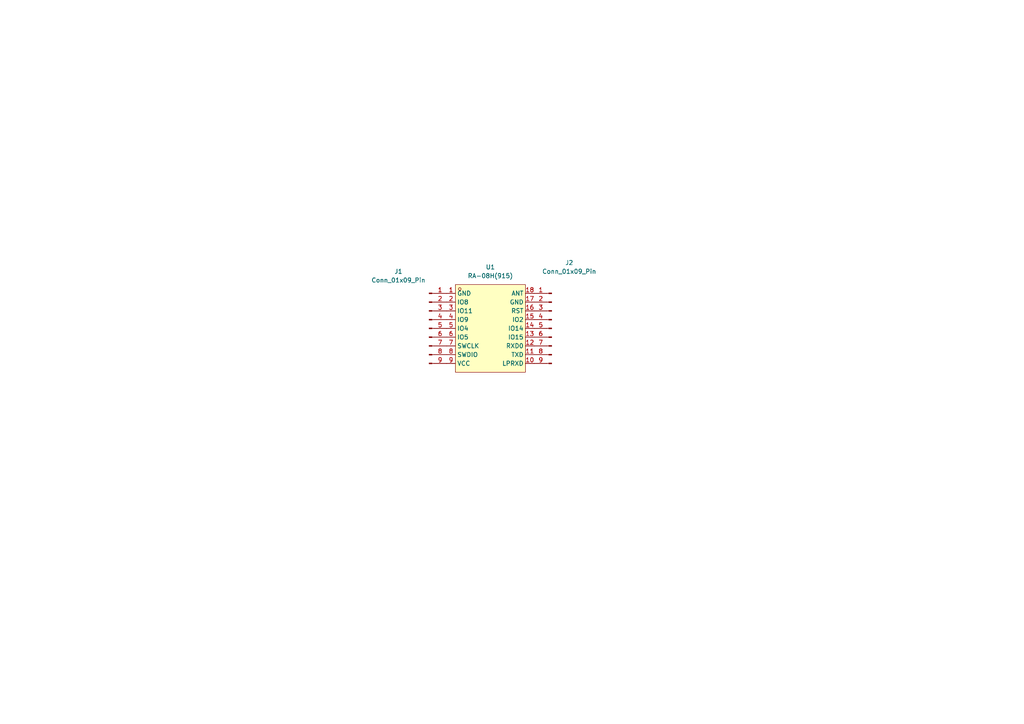
<source format=kicad_sch>
(kicad_sch (version 20230121) (generator eeschema)
  (paper "A4")
  (lib_symbols
    (symbol "Connector:Conn_01x09_Pin" (pin_names (offset 1.016) hide)
      (property "Reference" "J" (at 0 12.7 0))
      (property "Value" "Conn_01x09_Pin" (at 0 -12.7 0))
      (symbol "Conn_01x09_Pin_1_1"
        (polyline (pts (xy 1.27 -10.16) (xy 0.8636 -10.16)) (stroke (width 0.1524)))
        (polyline (pts (xy 1.27 -7.62) (xy 0.8636 -7.62)) (stroke (width 0.1524)))
        (polyline (pts (xy 1.27 -5.08) (xy 0.8636 -5.08)) (stroke (width 0.1524)))
        (polyline (pts (xy 1.27 -2.54) (xy 0.8636 -2.54)) (stroke (width 0.1524)))
        (polyline (pts (xy 1.27 0) (xy 0.8636 0)) (stroke (width 0.1524)))
        (polyline (pts (xy 1.27 2.54) (xy 0.8636 2.54)) (stroke (width 0.1524)))
        (polyline (pts (xy 1.27 5.08) (xy 0.8636 5.08)) (stroke (width 0.1524)))
        (polyline (pts (xy 1.27 7.62) (xy 0.8636 7.62)) (stroke (width 0.1524)))
        (polyline (pts (xy 1.27 10.16) (xy 0.8636 10.16)) (stroke (width 0.1524)))
        (rectangle (start 0.8636 -10.033) (end 0 -10.287) (stroke (width 0.1524)) (fill (type outline)))
        (rectangle (start 0.8636 -7.493) (end 0 -7.747) (stroke (width 0.1524)) (fill (type outline)))
        (rectangle (start 0.8636 -4.953) (end 0 -5.207) (stroke (width 0.1524)) (fill (type outline)))
        (rectangle (start 0.8636 -2.413) (end 0 -2.667) (stroke (width 0.1524)) (fill (type outline)))
        (rectangle (start 0.8636 0.127) (end 0 -0.127) (stroke (width 0.1524)) (fill (type outline)))
        (rectangle (start 0.8636 2.667) (end 0 2.413) (stroke (width 0.1524)) (fill (type outline)))
        (rectangle (start 0.8636 5.207) (end 0 4.953) (stroke (width 0.1524)) (fill (type outline)))
        (rectangle (start 0.8636 7.747) (end 0 7.493) (stroke (width 0.1524)) (fill (type outline)))
        (rectangle (start 0.8636 10.287) (end 0 10.033) (stroke (width 0.1524)) (fill (type outline)))
        (pin passive line (at 5.08 10.16 180) (length 3.81) (name "Pin_1") (number "1"))
        (pin passive line (at 5.08 7.62 180) (length 3.81) (name "Pin_2") (number "2"))
        (pin passive line (at 5.08 5.08 180) (length 3.81) (name "Pin_3") (number "3"))
        (pin passive line (at 5.08 2.54 180) (length 3.81) (name "Pin_4") (number "4"))
        (pin passive line (at 5.08 0 180) (length 3.81) (name "Pin_5") (number "5"))
        (pin passive line (at 5.08 -2.54 180) (length 3.81) (name "Pin_6") (number "6"))
        (pin passive line (at 5.08 -5.08 180) (length 3.81) (name "Pin_7") (number "7"))
        (pin passive line (at 5.08 -7.62 180) (length 3.81) (name "Pin_8") (number "8"))
        (pin passive line (at 5.08 -10.16 180) (length 3.81) (name "Pin_9") (number "9"))
      )
    )
    (symbol "PARTS:RA-08H(915)"
      (property "Reference" "U" (at 0 15.24 0))
      (property "Value" "RA-08H(915)" (at 0 -15.24 0))
      (symbol "RA-08H(915)_0_1"
        (rectangle (start -10.16 12.7) (end 10.16 -12.7) (fill (type background)))
        (circle (center -8.89 11.43) (radius 0.38))
        (pin unspecified line (at -12.7 10.16 0) (length 2.54) (name "GND") (number "1"))
        (pin unspecified line (at 12.7 -10.16 180) (length 2.54) (name "LPRXD") (number "10"))
        (pin unspecified line (at 12.7 -7.62 180) (length 2.54) (name "TXD") (number "11"))
        (pin unspecified line (at 12.7 -5.08 180) (length 2.54) (name "RXD0") (number "12"))
        (pin unspecified line (at 12.7 -2.54 180) (length 2.54) (name "IO15") (number "13"))
        (pin unspecified line (at 12.7 0 180) (length 2.54) (name "IO14") (number "14"))
        (pin unspecified line (at 12.7 2.54 180) (length 2.54) (name "IO2") (number "15"))
        (pin unspecified line (at 12.7 5.08 180) (length 2.54) (name "RST") (number "16"))
        (pin unspecified line (at 12.7 7.62 180) (length 2.54) (name "GND") (number "17"))
        (pin unspecified line (at 12.7 10.16 180) (length 2.54) (name "ANT") (number "18"))
        (pin unspecified line (at -12.7 7.62 0) (length 2.54) (name "IO8") (number "2"))
        (pin unspecified line (at -12.7 5.08 0) (length 2.54) (name "IO11") (number "3"))
        (pin unspecified line (at -12.7 2.54 0) (length 2.54) (name "IO9") (number "4"))
        (pin unspecified line (at -12.7 0 0) (length 2.54) (name "IO4") (number "5"))
        (pin unspecified line (at -12.7 -2.54 0) (length 2.54) (name "IO5") (number "6"))
        (pin unspecified line (at -12.7 -5.08 0) (length 2.54) (name "SWCLK") (number "7"))
        (pin unspecified line (at -12.7 -7.62 0) (length 2.54) (name "SWDIO") (number "8"))
        (pin unspecified line (at -12.7 -10.16 0) (length 2.54) (name "VCC") (number "9"))
      )
    )
  )
  (symbol (lib_id "PARTS:RA-08H(915)") (at 142.24 95.25 0) (unit 1)
    (property "Reference" "U1" (at 142.24 77.47 0))
    (property "Value" "RA-08H(915)" (at 142.24 80.01 0))
    (property "Footprint" "PARTS:COMM-SMD_18P-L16.0-W16.0-P1.27-BL_RA-08H" (effects hide))
    (property "LCSC Part" "C2991932" (effects hide))
  )
  (symbol (lib_id "Connector:Conn_01x09_Pin") (at 160.02 95.25 0) (mirror y) (unit 1)
    (property "Reference" "J2" (at 165.1 76.2 0))
    (property "Value" "Conn_01x09_Pin" (at 165.1 78.74 0))
    (property "Footprint" "Connector_PinHeader_2.54mm:PinHeader_1x09_P2.54mm_Vertical" (effects hide))
  )
  (symbol (lib_id "Connector:Conn_01x09_Pin") (at 124.46 95.25 0) (unit 1)
    (property "Reference" "J1" (at 115.57 78.74 0))
    (property "Value" "Conn_01x09_Pin" (at 115.57 81.28 0))
    (property "Footprint" "Connector_PinHeader_2.54mm:PinHeader_1x09_P2.54mm_Vertical" (effects hide))
  )
)
</source>
